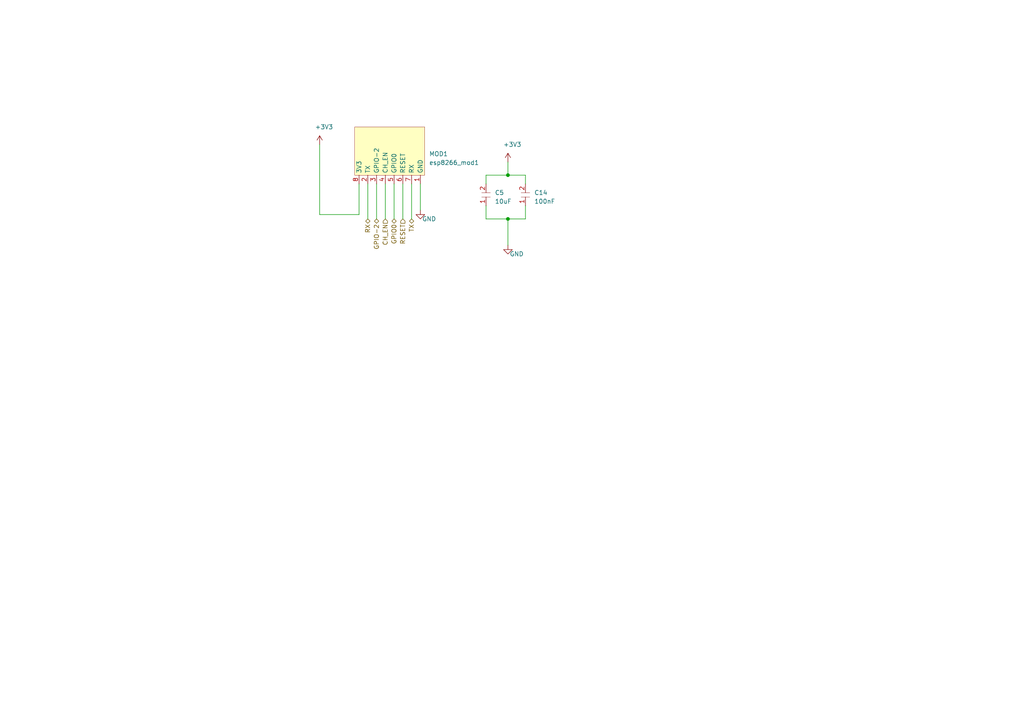
<source format=kicad_sch>
(kicad_sch (version 20210126) (generator eeschema)
  (paper "A4")
  (lib_symbols
    (symbol "modulles:esp8266_mod1"
      (property "Reference" "MOD" (at 6.35 12.7 0))
      (property "Value" "esp8266_mod1" (at 7.62 10.16 0))
      (symbol "esp8266_mod1_0_1"
        (rectangle (start -1.27 13.97) (end 19.05 0) (stroke (width 0.001)) (fill (type background)))
      )
      (symbol "esp8266_mod1_1_1"
        (pin power_out line (at 17.78 -2.54 90) (length 2.54) (name "GND") (number "1"))
        (pin bidirectional line (at 2.54 -2.54 90) (length 2.54) (name "TX") (number "2"))
        (pin bidirectional line (at 5.08 -2.54 90) (length 2.54) (name "GPIO-2") (number "3"))
        (pin input line (at 7.62 -2.54 90) (length 2.54) (name "CH_EN") (number "4"))
        (pin bidirectional line (at 10.16 -2.54 90) (length 2.54) (name "GPIO0") (number "5"))
        (pin input line (at 12.7 -2.54 90) (length 2.54) (name "RESET") (number "6"))
        (pin bidirectional line (at 15.24 -2.54 90) (length 2.54) (name "RX") (number "7"))
        (pin power_in line (at 0 -2.54 90) (length 2.54) (name "3V3") (number "8"))
      )
    )
    (symbol "power:+3.3V" (power) (pin_names (offset 0))
      (property "Value" "+3.3V" (at 0 3.556 0))
      (symbol "+3.3V_0_1"
        (polyline (pts (xy -0.762 1.27) (xy 0 2.54)))
        (polyline (pts (xy 0 0) (xy 0 2.54)))
        (polyline (pts (xy 0 2.54) (xy 0.762 1.27)))
      )
      (symbol "+3.3V_1_1"
        (pin power_in line (at 0 0 90) (length 0) hide (name "+3V3") (number "1"))
      )
    )
    (symbol "power:GND" (power) (pin_names (offset 0))
      (property "Value" "GND" (at 0 -3.81 0))
      (symbol "GND_0_1"
        (polyline (pts (xy 0 0) (xy 0 -1.27) (xy 1.27 -1.27) (xy 0 -2.54) (xy -1.27 -1.27) (xy 0 -1.27)))
      )
      (symbol "GND_1_1"
        (pin power_in line (at 0 0 270) (length 0) hide (name "GND") (number "1"))
      )
    )
    (symbol "vanalles:capacitor"
      (property "Reference" "C" (at 0 5.08 0))
      (property "Value" "capacitor" (at 0 3.81 0))
      (symbol "capacitor_0_1"
        (polyline (pts (xy 0 1.27) (xy 0 -1.27)) (stroke (width 0.0006)))
        (polyline (pts (xy 1.27 1.27) (xy 1.27 -1.27)) (stroke (width 0.0006)))
      )
      (symbol "capacitor_1_1"
        (pin input line (at -2.54 0 0) (length 2.54) (name "") (number "1"))
        (pin input line (at 3.81 0 180) (length 2.54) (name "") (number "2"))
      )
    )
  )
  (junction (at 147.32 50.8) (diameter 0.9144))
  (junction (at 147.32 63.5) (diameter 0.9144))
  (wire (pts (xy 92.71 41.91) (xy 92.71 62.23)))
  (wire (pts (xy 104.14 53.34) (xy 104.14 62.23)))
  (wire (pts (xy 104.14 62.23) (xy 92.71 62.23)))
  (wire (pts (xy 106.68 53.34) (xy 106.68 63.5)))
  (wire (pts (xy 109.22 53.34) (xy 109.22 63.5)))
  (wire (pts (xy 111.76 53.34) (xy 111.76 63.5)))
  (wire (pts (xy 114.3 53.34) (xy 114.3 63.5)))
  (wire (pts (xy 116.84 53.34) (xy 116.84 63.5)))
  (wire (pts (xy 119.38 53.34) (xy 119.38 63.5)))
  (wire (pts (xy 121.92 53.34) (xy 121.92 60.96)))
  (wire (pts (xy 140.97 50.8) (xy 147.32 50.8)))
  (wire (pts (xy 140.97 53.34) (xy 140.97 50.8)))
  (wire (pts (xy 140.97 63.5) (xy 140.97 59.69)))
  (wire (pts (xy 140.97 63.5) (xy 147.32 63.5)))
  (wire (pts (xy 147.32 46.99) (xy 147.32 50.8)))
  (wire (pts (xy 147.32 50.8) (xy 152.4 50.8)))
  (wire (pts (xy 147.32 63.5) (xy 147.32 71.12)))
  (wire (pts (xy 147.32 63.5) (xy 152.4 63.5)))
  (wire (pts (xy 152.4 50.8) (xy 152.4 53.34)))
  (wire (pts (xy 152.4 59.69) (xy 152.4 63.5)))
  (hierarchical_label "RX" (shape bidirectional) (at 106.68 63.5 270))
  (hierarchical_label "GPIO-2" (shape bidirectional) (at 109.22 63.5 270))
  (hierarchical_label "CH_EN" (shape input) (at 111.76 63.5 270))
  (hierarchical_label "GPIO0" (shape bidirectional) (at 114.3 63.5 270))
  (hierarchical_label "RESET" (shape input) (at 116.84 63.5 270))
  (hierarchical_label "TX" (shape bidirectional) (at 119.38 63.5 270))
  (symbol (lib_id "power:+3.3V") (at 92.71 41.91 0) (unit 1)
    (property "Reference" "#PWR0113" (effects hide))
    (property "Value" "+3.3V" (at 93.98 36.83 0))
  )
  (symbol (lib_id "power:+3.3V") (at 147.32 46.99 0) (unit 1)
    (property "Reference" "#PWR0115" (effects hide))
    (property "Value" "+3.3V" (at 148.59 41.91 0))
  )
  (symbol (lib_id "power:GND") (at 121.92 60.96 0) (unit 1)
    (property "Reference" "#PWR0116" (effects hide))
    (property "Value" "GND" (at 124.46 63.5 0))
  )
  (symbol (lib_id "power:GND") (at 147.32 71.12 0) (unit 1)
    (property "Reference" "#PWR0114" (effects hide))
    (property "Value" "GND" (at 149.86 73.66 0))
  )
  (symbol (lib_id "vanalles:capacitor") (at 140.97 57.15 90) (unit 1)
    (property "Reference" "C5" (at 143.51 55.8799 90) (effects (justify right)))
    (property "Value" "10uF" (at 143.51 58.4199 90) (effects (justify right)))
    (property "Footprint" "vanalles:0603" (effects hide))
  )
  (symbol (lib_id "vanalles:capacitor") (at 152.4 57.15 90) (unit 1)
    (property "Reference" "C14" (at 154.94 55.8799 90) (effects (justify right)))
    (property "Value" "100nF" (at 154.94 58.4199 90) (effects (justify right)))
    (property "Footprint" "vanalles:0603" (effects hide))
  )
  (symbol (lib_id "modulles:esp8266_mod1") (at 104.14 50.8 0) (unit 1)
    (property "Reference" "MOD1" (at 124.46 44.6401 0) (effects (justify left)))
    (property "Value" "esp8266_mod1" (at 124.46 47.1801 0) (effects (justify left)))
    (property "Footprint" "Module:esp8266mod" (effects hide))
  )
)
</source>
